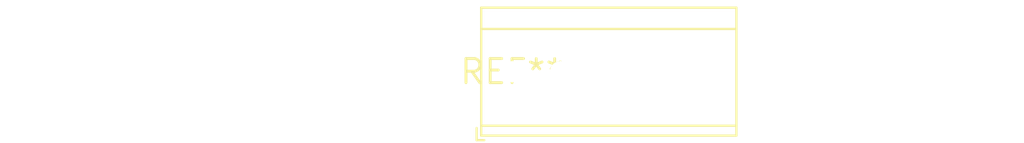
<source format=kicad_pcb>
(kicad_pcb (version 20240108) (generator pcbnew)
  (layers (0 "F.Cu" signal) (31 "B.Cu" signal) (34 "B.Paste" user) (35 "F.Paste" user) (36 "B.SilkS" user "B.Silkscreen") (37 "F.SilkS" user "F.Silkscreen") (38 "B.Mask" user) (39 "F.Mask" user) (44 "Edge.Cuts" user))
  (net 0 "")
  (footprint "TerminalBlock_TE_282834-5_1x05_P2.54mm_Horizontal" (layer "F.Cu") (at 0 0)
    (property "Reference" "REF**")
    (property "Value" "TerminalBlock_TE_282834-5_1x05_P2.54mm_Horizontal")
    (fp_line (start -1.86 2.97) (end -1.86 3.61) (layer "F.SilkS") (stroke (width 0.12)))
    (fp_line (start -1.86 3.61) (end -1.46 3.61) (layer "F.SilkS") (stroke (width 0.12)))
    (fp_line (start -1.62 -3.37) (end -1.62 3.37) (layer "F.SilkS") (stroke (width 0.12)))
    (fp_line (start -1.62 -3.37) (end 11.78 -3.37) (layer "F.SilkS") (stroke (width 0.12)))
    (fp_line (start -1.62 -2.25) (end 11.78 -2.25) (layer "F.SilkS") (stroke (width 0.12)))
    (fp_line (start -1.62 2.85) (end 11.78 2.85) (layer "F.SilkS") (stroke (width 0.12)))
    (fp_line (start -1.62 3.37) (end 11.78 3.37) (layer "F.SilkS") (stroke (width 0.12)))
    (fp_line (start 11.78 -3.37) (end 11.78 3.37) (layer "F.SilkS") (stroke (width 0.12)))
    (pad "1" thru_hole rect (at 0 0) (size 2.1 2.1) (drill 1.1) (layers *.Cu *.Mask) (remove_unused_layers))
    (pad "2" thru_hole circle (at 2.54 0) (size 2.1 2.1) (drill 1.1) (layers *.Cu *.Mask) (remove_unused_layers))
    (pad "3" thru_hole circle (at 5.08 0) (size 2.1 2.1) (drill 1.1) (layers *.Cu *.Mask) (remove_unused_layers))
    (pad "4" thru_hole circle (at 7.62 0) (size 2.1 2.1) (drill 1.1) (layers *.Cu *.Mask) (remove_unused_layers))
    (pad "5" thru_hole circle (at 10.16 0) (size 2.1 2.1) (drill 1.1) (layers *.Cu *.Mask) (remove_unused_layers))
  )
)
</source>
